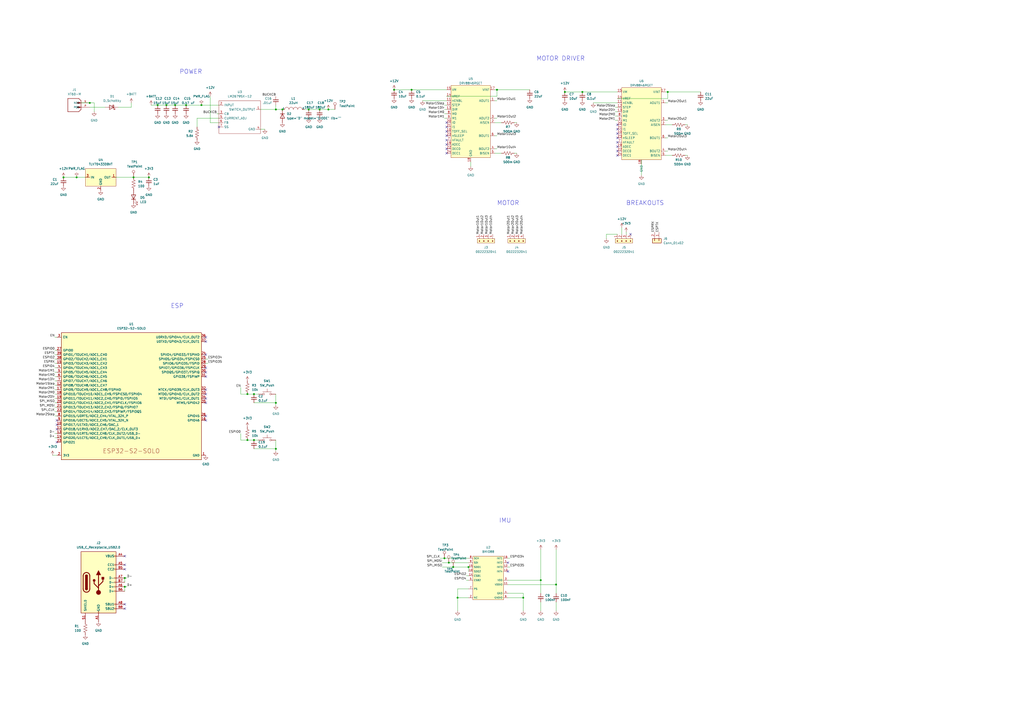
<source format=kicad_sch>
(kicad_sch (version 20211123) (generator eeschema)
  (paper "A2")
  (lib_symbols
    (symbol "Connector:TestPoint" (pin_numbers hide) (pin_names (offset 0.762) hide)
      (property "Reference" "TP" (at 0 6.858 0))
      (property "Value" "TestPoint" (at 0 5.08 0))
      (symbol "TestPoint_1_1"
        (pin passive line (at 0 0 90) (length 2.54) (name "1") (number "1"))
      )
    )
    (symbol "Connector:USB_C_Receptacle_USB2.0" (pin_names (offset 1.016))
      (property "Reference" "J" (at -10.16 19.05 0))
      (property "Value" "USB_C_Receptacle_USB2.0" (at 19.05 19.05 0))
      (symbol "USB_C_Receptacle_USB2.0_1_1"
        (pin passive line (at 0 -22.86 90) (length 5.08) (name "GND") (number "A1"))
        (pin passive line (at 0 -22.86 90) (length 5.08) hide (name "GND") (number "A12"))
        (pin passive line (at 15.24 15.24 180) (length 5.08) (name "VBUS") (number "A4"))
        (pin bidirectional line (at 15.24 10.16 180) (length 5.08) (name "CC1") (number "A5"))
        (pin bidirectional line (at 15.24 -2.54 180) (length 5.08) (name "D+") (number "A6"))
        (pin bidirectional line (at 15.24 2.54 180) (length 5.08) (name "D-") (number "A7"))
        (pin bidirectional line (at 15.24 -12.7 180) (length 5.08) (name "SBU1") (number "A8"))
        (pin passive line (at 15.24 15.24 180) (length 5.08) hide (name "VBUS") (number "A9"))
        (pin passive line (at 0 -22.86 90) (length 5.08) hide (name "GND") (number "B1"))
        (pin passive line (at 0 -22.86 90) (length 5.08) hide (name "GND") (number "B12"))
        (pin passive line (at 15.24 15.24 180) (length 5.08) hide (name "VBUS") (number "B4"))
        (pin bidirectional line (at 15.24 7.62 180) (length 5.08) (name "CC2") (number "B5"))
        (pin bidirectional line (at 15.24 -5.08 180) (length 5.08) (name "D+") (number "B6"))
        (pin bidirectional line (at 15.24 0 180) (length 5.08) (name "D-") (number "B7"))
        (pin bidirectional line (at 15.24 -15.24 180) (length 5.08) (name "SBU2") (number "B8"))
        (pin passive line (at 15.24 15.24 180) (length 5.08) hide (name "VBUS") (number "B9"))
        (pin passive line (at -7.62 -22.86 90) (length 5.08) (name "SHIELD") (number "S1"))
      )
    )
    (symbol "Connector_Generic:Conn_01x02" (pin_names (offset 1.016) hide)
      (property "Reference" "J" (at 0 2.54 0))
      (property "Value" "Conn_01x02" (at 0 -5.08 0))
      (symbol "Conn_01x02_1_1"
        (pin passive line (at -5.08 0 0) (length 3.81) (name "Pin_1") (number "1"))
        (pin passive line (at -5.08 -2.54 0) (length 3.81) (name "Pin_2") (number "2"))
      )
    )
    (symbol "DRV8846RGET_1"
      (property "Reference" "U5" (at 0 24.13 0))
      (property "Value" "DRV8846RGET" (at 0 21.59 0))
      (symbol "DRV8846RGET_1_1_1"
        (pin power_out line (at 13.97 11.43 180) (length 2.54) (name "AOUT1") (number "1"))
        (pin input line (at -13.97 -6.35 0) (length 2.54) (name "TOFF_SEL") (number "10"))
        (pin input line (at -13.97 11.43 0) (length 2.54) (name "nENBL") (number "11"))
        (pin input line (at -13.97 8.89 0) (length 2.54) (name "STEP") (number "12"))
        (pin input line (at -13.97 6.35 0) (length 2.54) (name "DIR") (number "13"))
        (pin input line (at -13.97 13.97 0) (length 2.54) (name "VREF") (number "14"))
        (pin power_in line (at -13.97 17.78 0) (length 2.54) (name "VM") (number "15"))
        (pin output line (at 13.97 17.78 180) (length 2.54) (name "VINT") (number "17"))
        (pin input line (at 0 -24.13 90) (length 2.54) (name "GND") (number "18"))
        (pin input line (at -13.97 -13.97 0) (length 2.54) (name "ADEC") (number "19"))
        (pin output line (at 13.97 -1.27 180) (length 2.54) (name "AISEN") (number "2"))
        (pin input line (at -13.97 -1.27 0) (length 2.54) (name "IO") (number "20"))
        (pin input line (at -13.97 -3.81 0) (length 2.54) (name "I1") (number "21"))
        (pin input line (at -13.97 -16.51 0) (length 2.54) (name "DEC0") (number "22"))
        (pin input line (at -13.97 -8.89 0) (length 2.54) (name "nSLEEP") (number "23"))
        (pin input line (at -13.97 -19.05 0) (length 2.54) (name "DEC1") (number "24"))
        (pin power_out line (at 13.97 1.27 180) (length 2.54) (name "AOUT2") (number "3"))
        (pin power_out line (at 13.97 -16.51 180) (length 2.54) (name "BOUT2") (number "4"))
        (pin output line (at 13.97 -19.05 180) (length 2.54) (name "BISEN") (number "5"))
        (pin power_out line (at 13.97 -8.89 180) (length 2.54) (name "BOUT1") (number "6"))
        (pin input line (at -13.97 -11.43 0) (length 2.54) (name "nFAULT") (number "7"))
        (pin input line (at -13.97 3.81 0) (length 2.54) (name "M0") (number "8"))
        (pin input line (at -13.97 1.27 0) (length 2.54) (name "M1") (number "9"))
      )
    )
    (symbol "Device:C_Small" (pin_numbers hide) (pin_names (offset 0.254) hide)
      (property "Reference" "C" (at 0.254 1.778 0))
      (property "Value" "C_Small" (at 0.254 -2.032 0))
      (symbol "C_Small_1_1"
        (pin passive line (at 0 2.54 270) (length 2.032) (name "~") (number "1"))
        (pin passive line (at 0 -2.54 90) (length 2.032) (name "~") (number "2"))
      )
    )
    (symbol "Device:D_Schottky" (pin_numbers hide) (pin_names (offset 1.016) hide)
      (property "Reference" "D" (at 0 2.54 0))
      (property "Value" "D_Schottky" (at 0 -2.54 0))
      (symbol "D_Schottky_1_1"
        (pin passive line (at -3.81 0 0) (length 2.54) (name "K") (number "1"))
        (pin passive line (at 3.81 0 180) (length 2.54) (name "A") (number "2"))
      )
    )
    (symbol "Device:LED" (pin_numbers hide) (pin_names (offset 1.016) hide)
      (property "Reference" "D" (at 0 2.54 0))
      (property "Value" "LED" (at 0 -2.54 0))
      (symbol "LED_1_1"
        (pin passive line (at -3.81 0 0) (length 2.54) (name "K") (number "1"))
        (pin passive line (at 3.81 0 180) (length 2.54) (name "A") (number "2"))
      )
    )
    (symbol "Device:R_US" (pin_numbers hide) (pin_names (offset 0))
      (property "Reference" "R" (at 2.54 0 90))
      (property "Value" "R_US" (at -2.54 0 90))
      (symbol "R_US_1_1"
        (pin passive line (at 0 3.81 270) (length 1.27) (name "~") (number "1"))
        (pin passive line (at 0 -3.81 90) (length 1.27) (name "~") (number "2"))
      )
    )
    (symbol "Espressif:ESP32-S2-SOLO" (pin_names (offset 1.016))
      (property "Reference" "U1" (at 0 45.72 0))
      (property "Value" "ESP32-S2-SOLO" (at 0 43.18 0))
      (symbol "ESP32-S2-SOLO_1_1"
        (text "ESP32-S2-SOLO" (at 0 -27.94 0) (effects (font (size 2.54 2.54))))
        (pin input line (at 43.18 -30.48 180) (length 2.54) (name "GND") (number "1"))
        (pin bidirectional line (at -43.18 -12.7 0) (length 2.54) (name "GPIO17/U1TXD/ADC2_CH6/DAC_1") (number "10"))
        (pin bidirectional line (at -43.18 -15.24 0) (length 2.54) (name "GPIO18/U1RXD/ADC2_CH7/DAC_2/CLK_OUT3") (number "11"))
        (pin bidirectional line (at -43.18 10.16 0) (length 2.54) (name "GPIO8/TOUCH8/ADC1_CH7") (number "12"))
        (pin bidirectional line (at -43.18 -17.78 0) (length 2.54) (name "GPIO19/U1RTS/ADC2_CH8/CLK_OUT2/USB_D-") (number "13"))
        (pin bidirectional line (at -43.18 -20.32 0) (length 2.54) (name "GPIO20/U1CTS/ADC2_CH9/CLK_OUT1/USB_D+") (number "14"))
        (pin bidirectional line (at -43.18 22.86 0) (length 2.54) (name "GPIO3/TOUCH3/ADC1_CH2") (number "15"))
        (pin input line (at 43.18 -10.16 180) (length 2.54) (name "GPIO46") (number "16"))
        (pin bidirectional line (at -43.18 7.62 0) (length 2.54) (name "GPIO9/TOUCH9/ADC1_CH8/FSPIHD") (number "17"))
        (pin bidirectional line (at -43.18 5.08 0) (length 2.54) (name "GPIO10/TOUCH10/ADC1_CH9/FSPICS0/FSPIIO4") (number "18"))
        (pin bidirectional line (at -43.18 2.54 0) (length 2.54) (name "GPIO11/TOUCH11/ADC2_CH0/FSPID/FSPIIO5") (number "19"))
        (pin power_in line (at -43.18 -30.48 0) (length 2.54) (name "3V3") (number "2"))
        (pin bidirectional line (at -43.18 0 0) (length 2.54) (name "GPIO12/TOUCH12/ADC2_CH1/FSPICLK/FSPIIO6") (number "20"))
        (pin bidirectional line (at -43.18 -2.54 0) (length 2.54) (name "GPIO13/TOUCH13/ADC2_CH2/FSPIQ/FSPIIO7") (number "21"))
        (pin bidirectional line (at -43.18 -5.08 0) (length 2.54) (name "GPIO14/TOUCH14/ADC2_CH3/FSPIWP/FSPIDQS") (number "22"))
        (pin bidirectional line (at -43.18 -22.86 0) (length 2.54) (name "GPIO21") (number "23"))
        (pin bidirectional line (at 43.18 27.94 180) (length 2.54) (name "SPIIO4/GPIO33/FSPIHD") (number "24"))
        (pin bidirectional line (at 43.18 25.4 180) (length 2.54) (name "SPIIO5/GPIO34/FSPICS0") (number "25"))
        (pin bidirectional line (at 43.18 -7.62 180) (length 2.54) (name "GPIO45") (number "26"))
        (pin bidirectional line (at -43.18 30.48 0) (length 2.54) (name "GPIO0") (number "27"))
        (pin bidirectional line (at 43.18 22.86 180) (length 2.54) (name "SPIIO6/GPIO35/FSPID") (number "28"))
        (pin bidirectional line (at 43.18 20.32 180) (length 2.54) (name "SPIIO7/GPIO36/FSPICLK") (number "29"))
        (pin bidirectional line (at -43.18 38.1 0) (length 2.54) (name "EN") (number "3"))
        (pin bidirectional line (at 43.18 17.78 180) (length 2.54) (name "SPIDQS/GPIO37/FSPIQ") (number "30"))
        (pin bidirectional line (at 43.18 15.24 180) (length 2.54) (name "GPIO38/FSPIWP") (number "31"))
        (pin bidirectional line (at 43.18 7.62 180) (length 2.54) (name "MTCK/GPIO39/CLK_OUT3") (number "32"))
        (pin bidirectional line (at 43.18 5.08 180) (length 2.54) (name "MTDO/GPIO40/CLK_OUT2") (number "33"))
        (pin bidirectional line (at 43.18 2.54 180) (length 2.54) (name "MTDI/GPIO41/CLK_OUT1") (number "34"))
        (pin bidirectional line (at 43.18 0 180) (length 2.54) (name "MTMS/GPIO42") (number "35"))
        (pin bidirectional line (at 43.18 38.1 180) (length 2.54) (name "U0RXD/GPIO44/CLK_OUT2") (number "36"))
        (pin bidirectional line (at 43.18 35.56 180) (length 2.54) (name "U0TXD/GPIO43/CLK_OUT1") (number "37"))
        (pin bidirectional line (at -43.18 25.4 0) (length 2.54) (name "GPIO2/TOUCH2/ADC1_CH1") (number "38"))
        (pin bidirectional line (at -43.18 27.94 0) (length 2.54) (name "GPIO1/TOUCH1/ADC1_CH0") (number "39"))
        (pin bidirectional line (at -43.18 20.32 0) (length 2.54) (name "GPIO4/TOUCH4/ADC1_CH3") (number "4"))
        (pin passive line (at 43.18 -30.48 180) (length 2.54) hide (name "GND") (number "40"))
        (pin passive line (at 43.18 -30.48 180) (length 2.54) hide (name "GND") (number "41"))
        (pin bidirectional line (at -43.18 17.78 0) (length 2.54) (name "GPIO5/TOUCH5/ADC1_CH4") (number "5"))
        (pin bidirectional line (at -43.18 15.24 0) (length 2.54) (name "GPIO6/TOUCH6/ADC1_CH5") (number "6"))
        (pin bidirectional line (at -43.18 12.7 0) (length 2.54) (name "GPIO7/TOUCH7/ADC1_CH6") (number "7"))
        (pin bidirectional line (at -43.18 -7.62 0) (length 2.54) (name "GPIO15/U0RTS/ADC2_CH4/XTAL_32K_P") (number "8"))
        (pin bidirectional line (at -43.18 -10.16 0) (length 2.54) (name "GPIO16/U0CTS/ADC2_CH5/XTAL_32K_N") (number "9"))
      )
    )
    (symbol "GIMBAL:BMI088"
      (property "Reference" "U2" (at 0 17.78 0))
      (property "Value" "BMI088" (at 0 15.24 0))
      (symbol "BMI088_1_1"
        (pin bidirectional line (at 11.43 8.89 180) (length 2.54) (name "INT2") (number "1"))
        (pin bidirectional line (at -11.43 3.81 0) (length 2.54) (name "SDO2") (number "10"))
        (pin power_in line (at 11.43 -3.81 180) (length 2.54) (name "VDDIO") (number "11"))
        (pin output line (at 11.43 6.35 180) (length 2.54) (name "INT3") (number "12"))
        (pin output line (at 11.43 3.81 180) (length 2.54) (name "INT4") (number "13"))
        (pin input line (at -11.43 1.27 0) (length 2.54) (name "CSB1") (number "14"))
        (pin bidirectional line (at -11.43 6.35 0) (length 2.54) (name "SDO1") (number "15"))
        (pin bidirectional line (at 11.43 11.43 180) (length 2.54) (name "INT1") (number "16"))
        (pin input line (at -11.43 -11.43 0) (length 2.54) (name "NC") (number "2"))
        (pin power_in line (at 11.43 -1.27 180) (length 2.54) (name "VDD") (number "3"))
        (pin bidirectional line (at 11.43 -8.89 180) (length 2.54) (name "GND") (number "4"))
        (pin input line (at -11.43 -1.27 0) (length 2.54) (name "CSB2") (number "5"))
        (pin bidirectional line (at 11.43 -11.43 180) (length 2.54) (name "GNDIO") (number "6"))
        (pin input line (at -11.43 -6.35 0) (length 2.54) (name "PS") (number "7"))
        (pin input line (at -11.43 11.43 0) (length 2.54) (name "SCK") (number "8"))
        (pin input line (at -11.43 8.89 0) (length 2.54) (name "SDI") (number "9"))
      )
    )
    (symbol "GIMBAL:DRV8846RGET"
      (property "Reference" "U6" (at 0 24.13 0))
      (property "Value" "DRV8846RGET" (at 0 21.59 0))
      (symbol "DRV8846RGET_1_1"
        (pin power_out line (at 13.97 11.43 180) (length 2.54) (name "AOUT1") (number "1"))
        (pin input line (at -13.97 -6.35 0) (length 2.54) (name "TOFF_SEL") (number "10"))
        (pin input line (at -13.97 11.43 0) (length 2.54) (name "nENBL") (number "11"))
        (pin input line (at -13.97 8.89 0) (length 2.54) (name "STEP") (number "12"))
        (pin input line (at -13.97 6.35 0) (length 2.54) (name "DIR") (number "13"))
        (pin input line (at -13.97 13.97 0) (length 2.54) (name "VREF") (number "14"))
        (pin power_in line (at -13.97 17.78 0) (length 2.54) (name "VM") (number "15"))
        (pin output line (at 13.97 17.78 180) (length 2.54) (name "VINT") (number "17"))
        (pin input line (at 0 -21.59 270) (length 2.54) (name "GND") (number "18"))
        (pin input line (at -13.97 -13.97 0) (length 2.54) (name "ADEC") (number "19"))
        (pin output line (at 13.97 -1.27 180) (length 2.54) (name "AISEN") (number "2"))
        (pin input line (at -13.97 -1.27 0) (length 2.54) (name "IO") (number "20"))
        (pin input line (at -13.97 -3.81 0) (length 2.54) (name "I1") (number "21"))
        (pin input line (at -13.97 -16.51 0) (length 2.54) (name "DEC0") (number "22"))
        (pin input line (at -13.97 -8.89 0) (length 2.54) (name "nSLEEP") (number "23"))
        (pin input line (at -13.97 -19.05 0) (length 2.54) (name "DEC1") (number "24"))
        (pin power_out line (at 13.97 1.27 180) (length 2.54) (name "AOUT2") (number "3"))
        (pin power_out line (at 13.97 -16.51 180) (length 2.54) (name "BOUT2") (number "4"))
        (pin output line (at 13.97 -19.05 180) (length 2.54) (name "BISEN") (number "5"))
        (pin power_out line (at 13.97 -8.89 180) (length 2.54) (name "BOUT1") (number "6"))
        (pin input line (at -13.97 -11.43 0) (length 2.54) (name "nFAULT") (number "7"))
        (pin input line (at -13.97 3.81 0) (length 2.54) (name "M0") (number "8"))
        (pin input line (at -13.97 1.27 0) (length 2.54) (name "M1") (number "9"))
      )
    )
    (symbol "GIMBAL:LM2679SX-12"
      (property "Reference" "U?" (at 0.635 13.97 0))
      (property "Value" "LM2679SX-12" (at 0.635 11.43 0))
      (symbol "LM2679SX-12_1_1"
        (pin power_out line (at 12.7 3.81 180) (length 2.54) (name "SWITCH_OUTPUT") (number "1"))
        (pin power_in line (at -11.43 6.35 0) (length 2.54) (name "INPUT") (number "2"))
        (pin input line (at -11.43 1.27 0) (length 2.54) (name "CB") (number "3"))
        (pin input line (at 12.7 -7.62 180) (length 2.54) (name "GND") (number "4"))
        (pin input line (at -11.43 -1.27 0) (length 2.54) (name "CURRENT_ADJ") (number "5"))
        (pin input line (at -11.43 -3.81 0) (length 2.54) (name "FB") (number "6"))
        (pin input line (at -11.43 -6.35 0) (length 2.54) (name "SS") (number "7"))
      )
    )
    (symbol "GIMBAL:TLV70433DBVT"
      (property "Reference" "U4" (at 0 10.16 0))
      (property "Value" "TLV70433DBVT" (at 0 7.62 0))
      (symbol "TLV70433DBVT_1_1"
        (pin power_out line (at 8.89 0 180) (length 2.54) (name "OUT") (number "1"))
        (pin input line (at 0 -7.62 90) (length 2.54) (name "GND") (number "2"))
        (pin power_in line (at -8.89 0 0) (length 2.54) (name "IN") (number "3"))
      )
    )
    (symbol "GIMBAL:XT60-M" (pin_names (offset 1.016))
      (property "Reference" "J" (at 0 6.35 0))
      (property "Value" "XT60-M" (at 0 -5.08 0))
      (symbol "XT60-M_0_0"
        (pin passive line (at -5.08 0 0) (length 5.08) (name "NEG") (number "N"))
        (pin passive line (at -5.08 2.54 0) (length 5.08) (name "POS") (number "P"))
      )
    )
    (symbol "Simulation_SPICE:DIODE" (pin_numbers hide) (pin_names (offset 1.016) hide)
      (property "Reference" "D" (at 0 2.54 0))
      (property "Value" "DIODE" (at 0 -2.54 0))
      (symbol "DIODE_1_1"
        (pin passive line (at -3.81 0 0) (length 2.54) (name "A") (number "1"))
        (pin passive line (at 3.81 0 180) (length 2.54) (name "K") (number "2"))
      )
    )
    (symbol "Switch:SW_Push" (pin_numbers hide) (pin_names (offset 1.016) hide)
      (property "Reference" "SW" (at 1.27 2.54 0))
      (property "Value" "SW_Push" (at 0 -1.524 0))
      (symbol "SW_Push_0_1"
        (pin passive line (at -5.08 0 0) (length 2.54) (name "1") (number "1"))
        (pin passive line (at 5.08 0 180) (length 2.54) (name "2") (number "2"))
      )
    )
    (symbol "dk_Rectangular-Connectors-Headers-Male-Pins:0022232041" (pin_names (offset 1.016))
      (property "Reference" "J" (at -2.54 1.27 0))
      (property "Value" "0022232041" (at 3.81 -3.81 0))
      (symbol "0022232041_1_1"
        (pin passive line (at 0 2.54 270) (length 2.54) (name "~") (number "1"))
        (pin passive line (at 2.54 2.54 270) (length 2.54) (name "~") (number "2"))
        (pin passive line (at 5.08 2.54 270) (length 2.54) (name "~") (number "3"))
        (pin passive line (at 7.62 2.54 270) (length 2.54) (name "~") (number "4"))
      )
    )
    (symbol "power:+12V" (power) (pin_names (offset 0))
      (property "Value" "+12V" (at 0 3.556 0))
      (symbol "+12V_1_1"
        (pin power_in line (at 0 0 90) (length 0) hide (name "+12V") (number "1"))
      )
    )
    (symbol "power:+3V3" (power) (pin_names (offset 0))
      (property "Value" "+3V3" (at 0 3.556 0))
      (symbol "+3V3_1_1"
        (pin power_in line (at 0 0 90) (length 0) hide (name "+3V3") (number "1"))
      )
    )
    (symbol "power:+BATT" (power) (pin_names (offset 0))
      (property "Value" "+BATT" (at 0 3.556 0))
      (symbol "+BATT_1_1"
        (pin power_in line (at 0 0 90) (length 0) hide (name "+BATT") (number "1"))
      )
    )
    (symbol "power:GND" (power) (pin_names (offset 0))
      (property "Value" "GND" (at 0 -3.81 0))
      (symbol "GND_1_1"
        (pin power_in line (at 0 0 270) (length 0) hide (name "GND") (number "1"))
      )
    )
    (symbol "power:PWR_FLAG" (power) (pin_numbers hide) (pin_names (offset 0) hide)
      (property "Value" "PWR_FLAG" (at 0 3.81 0))
      (symbol "PWR_FLAG_0_0"
        (pin power_out line (at 0 0 90) (length 0) (name "pwr") (number "1"))
      )
    )
    (symbol "pspice:INDUCTOR" (pin_numbers hide) (pin_names (offset 0))
      (property "Reference" "L" (at 0 2.54 0))
      (property "Value" "INDUCTOR" (at 0 -1.27 0))
      (symbol "INDUCTOR_1_1"
        (pin input line (at -6.35 0 0) (length 1.27) (name "1") (number "1"))
        (pin input line (at 6.35 0 180) (length 1.27) (name "2") (number "2"))
      )
    )
  )
  (junction (at 160.02 260.35))
  (junction (at 160.02 63.5))
  (junction (at 44.45 102.87))
  (junction (at 107.95 60.96))
  (junction (at 52.07 59.69))
  (junction (at 160.02 233.68))
  (junction (at 96.52 60.96))
  (junction (at 337.82 53.34))
  (junction (at 147.32 228.6))
  (junction (at 238.76 52.07))
  (junction (at 303.53 346.71))
  (junction (at 163.83 63.5))
  (junction (at 257.81 323.85))
  (junction (at 72.39 335.28))
  (junction (at 260.35 326.39))
  (junction (at 288.29 52.07))
  (junction (at 313.69 336.55))
  (junction (at 179.07 63.5))
  (junction (at 147.32 255.27))
  (junction (at 265.43 346.71))
  (junction (at 116.84 60.96))
  (junction (at 77.47 102.87))
  (junction (at 36.83 102.87))
  (junction (at 86.36 102.87))
  (junction (at 327.66 53.34))
  (junction (at 387.35 53.34))
  (junction (at 91.44 60.96))
  (junction (at 143.51 228.6))
  (junction (at 72.39 340.36))
  (junction (at 190.5 63.5))
  (junction (at 262.89 328.93))
  (junction (at 322.58 339.09))
  (junction (at 143.51 255.27))
  (junction (at 228.6 52.07))
  (junction (at 185.42 63.5))
  (junction (at 271.78 328.93))
  (junction (at 101.6 60.96))
  (no_connect (at 358.14 80.01))
  (no_connect (at 119.38 213.36))
  (no_connect (at 259.08 81.28))
  (no_connect (at 259.08 76.2))
  (no_connect (at 72.39 327.66))
  (no_connect (at 358.14 85.09))
  (no_connect (at 119.38 226.06))
  (no_connect (at 72.39 350.52))
  (no_connect (at 259.08 88.9))
  (no_connect (at 358.14 82.55))
  (no_connect (at 33.02 256.54))
  (no_connect (at 259.08 78.74))
  (no_connect (at 259.08 83.82))
  (no_connect (at 72.39 322.58))
  (no_connect (at 33.02 248.92))
  (no_connect (at 294.64 331.47))
  (no_connect (at 119.38 241.3))
  (no_connect (at 358.14 87.63))
  (no_connect (at 259.08 86.36))
  (no_connect (at 33.02 246.38))
  (no_connect (at 127 73.66))
  (no_connect (at 294.64 326.39))
  (no_connect (at 119.38 243.84))
  (no_connect (at 119.38 205.74))
  (no_connect (at 119.38 231.14))
  (no_connect (at 358.14 74.93))
  (no_connect (at 119.38 195.58))
  (no_connect (at 358.14 77.47))
  (no_connect (at 119.38 233.68))
  (no_connect (at 119.38 215.9))
  (no_connect (at 358.14 90.17))
  (no_connect (at 72.39 353.06))
  (no_connect (at 365.76 135.89))
  (no_connect (at 358.14 72.39))
  (no_connect (at 72.39 330.2))
  (no_connect (at 119.38 228.6))
  (no_connect (at 259.08 71.12))
  (no_connect (at 119.38 198.12))
  (no_connect (at 259.08 73.66))
  (no_connect (at 119.38 218.44))
  (no_connect (at 33.02 243.84))
  (wire (pts (xy 313.69 349.25) (xy 313.69 354.33)))
  (wire (pts (xy 143.51 255.27) (xy 147.32 255.27)))
  (wire (pts (xy 107.95 60.96) (xy 116.84 60.96)))
  (wire (pts (xy 114.3 68.58) (xy 114.3 73.66)))
  (wire (pts (xy 36.83 102.87) (xy 44.45 102.87)))
  (wire (pts (xy 33.02 238.76) (xy 31.75 238.76)))
  (wire (pts (xy 151.13 63.5) (xy 160.02 63.5)))
  (wire (pts (xy 303.53 344.17) (xy 303.53 346.71)))
  (wire (pts (xy 397.51 90.17) (xy 398.78 90.17)))
  (wire (pts (xy 33.02 223.52) (xy 31.75 223.52)))
  (wire (pts (xy 77.47 102.87) (xy 86.36 102.87)))
  (wire (pts (xy 372.11 92.71) (xy 372.11 101.6)))
  (wire (pts (xy 387.35 57.15) (xy 387.35 53.34)))
  (wire (pts (xy 190.5 63.5) (xy 194.31 63.5)))
  (wire (pts (xy 101.6 60.96) (xy 107.95 60.96)))
  (wire (pts (xy 287.02 88.9) (xy 290.83 88.9)))
  (wire (pts (xy 322.58 339.09) (xy 322.58 318.77)))
  (wire (pts (xy 303.53 346.71) (xy 303.53 354.33)))
  (wire (pts (xy 33.02 228.6) (xy 31.75 228.6)))
  (wire (pts (xy 46.99 59.69) (xy 52.07 59.69)))
  (wire (pts (xy 147.32 260.35) (xy 160.02 260.35)))
  (wire (pts (xy 386.08 90.17) (xy 389.89 90.17)))
  (wire (pts (xy 31.75 208.28) (xy 33.02 208.28)))
  (wire (pts (xy 76.2 59.69) (xy 76.2 62.23)))
  (wire (pts (xy 259.08 55.88) (xy 288.29 55.88)))
  (wire (pts (xy 96.52 60.96) (xy 101.6 60.96)))
  (wire (pts (xy 139.7 251.46) (xy 139.7 255.27)))
  (wire (pts (xy 30.48 264.16) (xy 33.02 264.16)))
  (wire (pts (xy 149.86 228.6) (xy 147.32 228.6)))
  (wire (pts (xy 294.64 339.09) (xy 322.58 339.09)))
  (wire (pts (xy 119.38 208.28) (xy 120.65 208.28)))
  (wire (pts (xy 151.13 74.93) (xy 153.67 74.93)))
  (wire (pts (xy 33.02 241.3) (xy 31.75 241.3)))
  (wire (pts (xy 356.87 62.23) (xy 358.14 62.23)))
  (wire (pts (xy 271.78 328.93) (xy 271.78 331.47)))
  (wire (pts (xy 271.78 346.71) (xy 265.43 346.71)))
  (wire (pts (xy 287.02 78.74) (xy 288.29 78.74)))
  (wire (pts (xy 238.76 52.07) (xy 259.08 52.07)))
  (wire (pts (xy 257.81 63.5) (xy 259.08 63.5)))
  (wire (pts (xy 356.87 67.31) (xy 358.14 67.31)))
  (wire (pts (xy 143.51 255.27) (xy 139.7 255.27)))
  (wire (pts (xy 52.07 59.69) (xy 54.61 59.69)))
  (wire (pts (xy 72.39 335.28) (xy 72.39 337.82)))
  (wire (pts (xy 31.75 213.36) (xy 33.02 213.36)))
  (wire (pts (xy 160.02 63.5) (xy 163.83 63.5)))
  (wire (pts (xy 72.39 340.36) (xy 72.39 342.9)))
  (wire (pts (xy 257.81 60.96) (xy 259.08 60.96)))
  (wire (pts (xy 160.02 260.35) (xy 160.02 261.62)))
  (wire (pts (xy 116.84 60.96) (xy 127 60.96)))
  (wire (pts (xy 351.79 135.89) (xy 351.79 138.43)))
  (wire (pts (xy 160.02 255.27) (xy 160.02 260.35)))
  (wire (pts (xy 143.51 228.6) (xy 139.7 228.6)))
  (wire (pts (xy 298.45 71.12) (xy 299.72 71.12)))
  (wire (pts (xy 262.89 328.93) (xy 271.78 328.93)))
  (wire (pts (xy 298.45 88.9) (xy 299.72 88.9)))
  (wire (pts (xy 52.07 62.23) (xy 60.96 62.23)))
  (wire (pts (xy 72.39 340.36) (xy 73.66 340.36)))
  (wire (pts (xy 54.61 59.69) (xy 54.61 64.77)))
  (wire (pts (xy 91.44 60.96) (xy 96.52 60.96)))
  (wire (pts (xy 386.08 80.01) (xy 387.35 80.01)))
  (wire (pts (xy 260.35 326.39) (xy 271.78 326.39)))
  (wire (pts (xy 287.02 52.07) (xy 288.29 52.07)))
  (wire (pts (xy 386.08 59.69) (xy 387.35 59.69)))
  (wire (pts (xy 143.51 228.6) (xy 147.32 228.6)))
  (wire (pts (xy 313.69 336.55) (xy 313.69 344.17)))
  (wire (pts (xy 386.08 87.63) (xy 387.35 87.63)))
  (wire (pts (xy 287.02 58.42) (xy 288.29 58.42)))
  (wire (pts (xy 265.43 346.71) (xy 265.43 354.33)))
  (wire (pts (xy 31.75 210.82) (xy 33.02 210.82)))
  (wire (pts (xy 356.87 69.85) (xy 358.14 69.85)))
  (wire (pts (xy 356.87 64.77) (xy 358.14 64.77)))
  (wire (pts (xy 33.02 220.98) (xy 31.75 220.98)))
  (wire (pts (xy 33.02 205.74) (xy 31.75 205.74)))
  (wire (pts (xy 119.38 210.82) (xy 120.65 210.82)))
  (wire (pts (xy 160.02 60.96) (xy 160.02 63.5)))
  (wire (pts (xy 176.53 63.5) (xy 179.07 63.5)))
  (wire (pts (xy 337.82 53.34) (xy 358.14 53.34)))
  (wire (pts (xy 387.35 53.34) (xy 406.4 53.34)))
  (wire (pts (xy 31.75 251.46) (xy 33.02 251.46)))
  (wire (pts (xy 33.02 233.68) (xy 31.75 233.68)))
  (wire (pts (xy 33.02 215.9) (xy 31.75 215.9)))
  (wire (pts (xy 257.81 66.04) (xy 259.08 66.04)))
  (wire (pts (xy 294.64 328.93) (xy 295.91 328.93)))
  (wire (pts (xy 387.35 69.85) (xy 386.08 69.85)))
  (wire (pts (xy 294.64 346.71) (xy 303.53 346.71)))
  (wire (pts (xy 287.02 86.36) (xy 288.29 86.36)))
  (wire (pts (xy 270.51 336.55) (xy 271.78 336.55)))
  (wire (pts (xy 313.69 336.55) (xy 313.69 318.77)))
  (wire (pts (xy 121.92 71.12) (xy 127 71.12)))
  (wire (pts (xy 147.32 233.68) (xy 160.02 233.68)))
  (wire (pts (xy 288.29 55.88) (xy 288.29 52.07)))
  (wire (pts (xy 360.68 132.08) (xy 360.68 135.89)))
  (wire (pts (xy 271.78 341.63) (xy 265.43 341.63)))
  (wire (pts (xy 31.75 231.14) (xy 33.02 231.14)))
  (wire (pts (xy 257.81 323.85) (xy 271.78 323.85)))
  (wire (pts (xy 179.07 63.5) (xy 185.42 63.5)))
  (wire (pts (xy 256.54 326.39) (xy 260.35 326.39)))
  (wire (pts (xy 87.63 60.96) (xy 91.44 60.96)))
  (wire (pts (xy 31.75 195.58) (xy 33.02 195.58)))
  (wire (pts (xy 44.45 102.87) (xy 49.53 102.87)))
  (wire (pts (xy 294.64 336.55) (xy 313.69 336.55)))
  (wire (pts (xy 125.73 66.04) (xy 127 66.04)))
  (wire (pts (xy 67.31 102.87) (xy 77.47 102.87)))
  (wire (pts (xy 294.64 344.17) (xy 303.53 344.17)))
  (wire (pts (xy 139.7 224.79) (xy 139.7 228.6)))
  (wire (pts (xy 288.29 52.07) (xy 307.34 52.07)))
  (wire (pts (xy 228.6 52.07) (xy 238.76 52.07)))
  (wire (pts (xy 344.17 59.69) (xy 358.14 59.69)))
  (wire (pts (xy 245.11 58.42) (xy 259.08 58.42)))
  (wire (pts (xy 386.08 53.34) (xy 387.35 53.34)))
  (wire (pts (xy 31.75 203.2) (xy 33.02 203.2)))
  (wire (pts (xy 257.81 68.58) (xy 259.08 68.58)))
  (wire (pts (xy 121.92 55.88) (xy 121.92 71.12)))
  (wire (pts (xy 160.02 228.6) (xy 160.02 233.68)))
  (wire (pts (xy 33.02 236.22) (xy 31.75 236.22)))
  (wire (pts (xy 31.75 254) (xy 33.02 254)))
  (wire (pts (xy 363.22 134.62) (xy 363.22 135.89)))
  (wire (pts (xy 255.27 323.85) (xy 257.81 323.85)))
  (wire (pts (xy 68.58 62.23) (xy 76.2 62.23)))
  (wire (pts (xy 288.29 68.58) (xy 287.02 68.58)))
  (wire (pts (xy 160.02 233.68) (xy 160.02 234.95)))
  (wire (pts (xy 72.39 335.28) (xy 73.66 335.28)))
  (wire (pts (xy 386.08 72.39) (xy 389.89 72.39)))
  (wire (pts (xy 322.58 349.25) (xy 322.58 354.33)))
  (wire (pts (xy 185.42 63.5) (xy 190.5 63.5)))
  (wire (pts (xy 287.02 71.12) (xy 290.83 71.12)))
  (wire (pts (xy 31.75 226.06) (xy 33.02 226.06)))
  (wire (pts (xy 270.51 334.01) (xy 271.78 334.01)))
  (wire (pts (xy 149.86 255.27) (xy 147.32 255.27)))
  (wire (pts (xy 358.14 57.15) (xy 387.35 57.15)))
  (wire (pts (xy 358.14 135.89) (xy 351.79 135.89)))
  (wire (pts (xy 294.64 323.85) (xy 295.91 323.85)))
  (wire (pts (xy 256.54 328.93) (xy 262.89 328.93)))
  (wire (pts (xy 114.3 68.58) (xy 127 68.58)))
  (wire (pts (xy 397.51 72.39) (xy 398.78 72.39)))
  (wire (pts (xy 327.66 53.34) (xy 337.82 53.34)))
  (wire (pts (xy 322.58 339.09) (xy 322.58 344.17)))
  (wire (pts (xy 33.02 218.44) (xy 31.75 218.44)))
  (wire (pts (xy 273.05 96.52) (xy 273.05 93.98)))
  (wire (pts (xy 265.43 341.63) (xy 265.43 346.71)))
  (text "MOTOR" (at 288.29 119.38 0) (effects (font (size 2.54 2.54)) (justify left bottom)))
  (text "ESP\n" (at 99.06 179.07 0) (effects (font (size 2.54 2.54)) (justify left bottom)))
  (text "POWER" (at 104.14 43.18 0) (effects (font (size 2.54 2.54)) (justify left bottom)))
  (text "IMU\n" (at 289.56 303.53 0) (effects (font (size 2.54 2.54)) (justify left bottom)))
  (text "MOTOR DRIVER\n" (at 311.15 35.56 0) (effects (font (size 2.54 2.54)) (justify left bottom)))
  (text "BREAKOUTS" (at 363.22 119.38 0) (effects (font (size 2.54 2.54)) (justify left bottom)))
  (label "Motor2Out4" (at 303.53 135.89 90))
  (label "Motor1M0" (at 31.75 218.44 180))
  (label "D+" (at 73.66 340.36 0))
  (label "D-" (at 73.66 335.28 0))
  (label "Motor1M1" (at 257.81 68.58 180))
  (label "ESPIO35" (at 120.65 210.82 0))
  (label "Motor1Dir" (at 257.81 63.5 180))
  (label "ESPIO35" (at 295.91 328.93 0))
  (label "SPI_MISO" (at 31.75 233.68 180))
  (label "Motor1Out2" (at 288.29 68.58 0))
  (label "Motor2M1" (at 356.87 69.85 180))
  (label "ESPIO34" (at 295.91 323.85 0))
  (label "ESPRX" (at 379.73 134.62 90))
  (label "Motor1Out4" (at 285.75 135.89 90))
  (label "Motor2Out3" (at 387.35 80.01 0))
  (label "Motor1Out1" (at 288.29 58.42 0))
  (label "Motor2Dir" (at 356.87 64.77 180))
  (label "ESPIO4" (at 31.75 213.36 180))
  (label "Motor2Out1" (at 295.91 135.89 90))
  (label "Motor1M1" (at 31.75 215.9 180))
  (label "BUCKCB" (at 125.73 66.04 180))
  (label "ESPIO0" (at 31.75 203.2 180))
  (label "ESPIO2" (at 270.51 334.01 180))
  (label "Motor2M0" (at 31.75 228.6 180))
  (label "Motor1Dir" (at 31.75 220.98 180))
  (label "Motor1M0" (at 257.81 66.04 180))
  (label "ESPIO0" (at 139.7 251.46 180))
  (label "SPI_MOSI" (at 31.75 236.22 180))
  (label "Motor1Out3" (at 283.21 135.89 90))
  (label "Motor2M0" (at 356.87 67.31 180))
  (label "ESPTX" (at 31.75 205.74 180))
  (label "Motor1Step" (at 257.81 60.96 180))
  (label "ESPIO34" (at 120.65 208.28 0))
  (label "SPI_CLK" (at 31.75 238.76 180))
  (label "ESPIO4" (at 270.51 336.55 180))
  (label "EN" (at 31.75 195.58 180))
  (label "Motor2Out2" (at 387.35 69.85 0))
  (label "ESPIO2" (at 31.75 208.28 180))
  (label "Motor2Out2" (at 298.45 135.89 90))
  (label "Motor2Out3" (at 300.99 135.89 90))
  (label "Motor1Out1" (at 278.13 135.89 90))
  (label "SPI_MISO" (at 256.54 328.93 180))
  (label "Motor2Step" (at 356.87 62.23 180))
  (label "Motor1Out4" (at 288.29 86.36 0))
  (label "Motor2Step" (at 31.75 241.3 180))
  (label "Motor1Out2" (at 280.67 135.89 90))
  (label "Motor1Step" (at 31.75 223.52 180))
  (label "SPI_MOSI" (at 256.54 326.39 180))
  (label "D+" (at 31.75 254 180))
  (label "SPI_CLK" (at 255.27 323.85 180))
  (label "ESPTX" (at 382.27 134.62 90))
  (label "BUCKCB" (at 160.02 55.88 180))
  (label "Motor2Out1" (at 387.35 59.69 0))
  (label "Motor2Out4" (at 387.35 87.63 0))
  (label "ESPRX" (at 31.75 210.82 180))
  (label "EN" (at 139.7 224.79 180))
  (label "Motor2M1" (at 31.75 226.06 180))
  (label "Motor1Out3" (at 288.29 78.74 0))
  (label "Motor2Dir" (at 31.75 231.14 180))
  (label "D-" (at 31.75 251.46 180))
  (symbol (lib_id "power:GND") (at 58.42 110.49 0) (unit 1)
    (property "Reference" "#PWR0114" (effects hide))
    (property "Value" "GND" (at 58.42 115.57 0))
  )
  (symbol (lib_id "Device:C_Small") (at 238.76 54.61 0) (unit 1)
    (property "Reference" "C5" (at 241.3 53.3462 0) (effects (justify left)))
    (property "Value" "0.1uF" (at 241.3 55.8862 0) (effects (justify left)))
    (property "Footprint" "Capacitor_SMD:C_0805_2012Metric" (effects hide))
  )
  (symbol (lib_id "Espressif:ESP32-S2-SOLO") (at 76.2 233.68 0) (unit 1)
    (property "Reference" "U1" (at 76.2 187.96 0))
    (property "Value" "ESP32-S2-SOLO" (at 76.2 190.5 0))
    (property "Footprint" "ESP32:ESP32-S2-SOLO" (effects hide))
    (property "Datasheet" "https://www.espressif.com/sites/default/files/documentation/esp32-s2-solo_esp32-s2-solo-u_datasheet_en.pdf" (effects hide))
  )
  (symbol (lib_id "Device:C_Small") (at 228.6 54.61 0) (unit 1)
    (property "Reference" "C4" (at 231.14 53.3462 0) (effects (justify left)))
    (property "Value" "10uF" (at 231.14 55.8862 0) (effects (justify left)))
    (property "Footprint" "Capacitor_SMD:C_0805_2012Metric" (effects hide))
  )
  (symbol (lib_name "DRV8846RGET_1") (lib_id "GIMBAL:DRV8846RGET") (at 273.05 69.85 0) (unit 1)
    (property "Reference" "U5" (at 273.05 45.72 0))
    (property "Value" "DRV8846RGET" (at 273.05 48.26 0))
    (property "Footprint" "DRV8846RGET:QFN50P400X400X100-25N" (effects hide))
  )
  (symbol (lib_id "power:GND") (at 91.44 66.04 0) (unit 1)
    (property "Reference" "#PWR0103" (effects hide))
    (property "Value" "GND" (at 91.44 71.12 0))
  )
  (symbol (lib_id "Device:C_Small") (at 185.42 66.04 0) (unit 1)
    (property "Reference" "C18" (at 184.15 59.69 0) (effects (justify left)))
    (property "Value" "180uF" (at 182.88 62.23 0) (effects (justify left)))
    (property "Footprint" "Capacitor_THT:CP_Radial_D8.0mm_P5.00mm" (effects hide))
  )
  (symbol (lib_id "Device:R_US") (at 294.64 71.12 90) (unit 1)
    (property "Reference" "R7" (at 294.64 73.66 90))
    (property "Value" "500m" (at 294.64 76.2 90))
    (property "Footprint" "Resistor_SMD:R_0805_2012Metric" (effects hide))
  )
  (symbol (lib_id "power:GND") (at 265.43 354.33 0) (unit 1)
    (property "Reference" "#PWR0127" (effects hide))
    (property "Value" "GND" (at 265.43 359.41 0))
  )
  (symbol (lib_id "power:+3V3") (at 322.58 318.77 0) (unit 1)
    (property "Reference" "#PWR0144" (effects hide))
    (property "Value" "+3V3" (at 322.58 313.69 0))
  )
  (symbol (lib_id "power:+12V") (at 360.68 132.08 0) (unit 1)
    (property "Reference" "#PWR0131" (effects hide))
    (property "Value" "+12V" (at 360.68 127 0))
  )
  (symbol (lib_id "power:GND") (at 327.66 58.42 0) (unit 1)
    (property "Reference" "#PWR0121" (effects hide))
    (property "Value" "GND" (at 327.66 63.5 0))
  )
  (symbol (lib_id "Device:R_US") (at 143.51 224.79 0) (unit 1)
    (property "Reference" "R3" (at 146.05 223.5199 0) (effects (justify left)))
    (property "Value" "10k" (at 146.05 226.0599 0) (effects (justify left)))
    (property "Footprint" "Resistor_SMD:R_0805_2012Metric" (effects hide))
  )
  (symbol (lib_id "power:GND") (at 351.79 138.43 0) (unit 1)
    (property "Reference" "#PWR0142" (effects hide))
    (property "Value" "GND" (at 351.79 143.51 0))
  )
  (symbol (lib_id "power:GND") (at 185.42 68.58 0) (unit 1)
    (property "Reference" "#PWR0146" (effects hide))
    (property "Value" "GND" (at 185.42 73.66 0))
  )
  (symbol (lib_id "power:GND") (at 57.15 360.68 0) (unit 1)
    (property "Reference" "#PWR0105" (effects hide))
    (property "Value" "GND" (at 57.15 365.76 0))
  )
  (symbol (lib_id "pspice:INDUCTOR") (at 170.18 63.5 0) (unit 1)
    (property "Reference" "L1" (at 170.18 57.15 0))
    (property "Value" "22uH" (at 170.18 59.69 0))
    (property "Footprint" "Inductor_SMD:L_10.4x10.4_H4.8" (effects hide))
  )
  (symbol (lib_id "Simulation_SPICE:DIODE") (at 163.83 67.31 90) (unit 1)
    (property "Reference" "D2" (at 166.37 66.0399 90) (effects (justify right)))
    (property "Value" "DIODE" (at 166.37 68.5799 90) (effects (justify right)))
    (property "Footprint" "Diode_SMD:D_SMC" (effects hide))
    (property "Spice_Netlist_Enabled" "Y" (effects hide))
    (property "Spice_Primitive" "D" (effects hide))
  )
  (symbol (lib_id "power:GND") (at 313.69 354.33 0) (unit 1)
    (property "Reference" "#PWR0130" (effects hide))
    (property "Value" "GND" (at 313.69 359.41 0))
  )
  (symbol (lib_id "power:GND") (at 77.47 118.11 0) (unit 1)
    (property "Reference" "#PWR0110" (effects hide))
    (property "Value" "GND" (at 77.47 123.19 0))
  )
  (symbol (lib_id "power:+12V") (at 36.83 102.87 0) (unit 1)
    (property "Reference" "#PWR0107" (effects hide))
    (property "Value" "+12V" (at 36.83 97.79 0))
  )
  (symbol (lib_id "power:PWR_FLAG") (at 44.45 102.87 0) (unit 1)
    (property "Reference" "#FLG0102" (effects hide))
    (property "Value" "PWR_FLAG" (at 44.45 97.79 0))
  )
  (symbol (lib_id "dk_Rectangular-Connectors-Headers-Male-Pins:0022232041") (at 358.14 138.43 0) (unit 1)
    (property "Reference" "J5" (at 361.95 143.51 0))
    (property "Value" "0022232041" (at 361.95 146.05 0))
    (property "Footprint" "Connector_PinHeader_2.00mm:PinHeader_1x04_P2.00mm_Vertical" (effects hide))
    (property "Datasheet" "https://www.molex.com/pdm_docs/sd/022232041_sd.pdf" (effects hide))
    (property "Digi-Key_PN" "WM4202-ND" (effects hide))
    (property "MPN" "0022232041" (effects hide))
    (property "Category" "Connectors, Interconnects" (effects hide))
    (property "Family" "Rectangular Connectors - Headers, Male Pins" (effects hide))
    (property "DK_Datasheet_Link" "https://www.molex.com/pdm_docs/sd/022232041_sd.pdf" (effects hide))
    (property "DK_Detail_Page" "/product-detail/en/molex/0022232041/WM4202-ND/26671" (effects hide))
    (property "Description" "CONN HEADER VERT 4POS 2.54MM" (effects hide))
    (property "Manufacturer" "Molex" (effects hide))
    (property "Status" "Active" (effects hide))
  )
  (symbol (lib_id "Device:C_Small") (at 327.66 55.88 0) (unit 1)
    (property "Reference" "C7" (at 330.2 54.6162 0) (effects (justify left)))
    (property "Value" "10uF" (at 330.2 57.1562 0) (effects (justify left)))
    (property "Footprint" "Capacitor_SMD:C_0805_2012Metric" (effects hide))
  )
  (symbol (lib_id "GIMBAL:XT60-M") (at 46.99 59.69 180) (unit 1)
    (property "Reference" "J1" (at 43.18 52.07 0))
    (property "Value" "XT60-M" (at 43.18 54.61 0))
    (property "Footprint" "GIMBAL:AMASS_XT60-M" (effects hide))
    (property "MANUFACTURER" "AMASS" (effects hide))
    (property "MAXIMUM_PACKAGE_HEIGHT" "16.00 mm" (effects hide))
    (property "PARTREV" "V1.2" (effects hide))
    (property "STANDARD" "IPC 7351B" (effects hide))
  )
  (symbol (lib_id "Device:C_Small") (at 101.6 63.5 0) (unit 1)
    (property "Reference" "C14" (at 100.33 57.15 0) (effects (justify left)))
    (property "Value" "15uF" (at 99.06 59.69 0) (effects (justify left)))
    (property "Footprint" "Capacitor_SMD:C_0805_2012Metric" (effects hide))
  )
  (symbol (lib_id "power:GND") (at 273.05 96.52 0) (unit 1)
    (property "Reference" "#PWR0140" (effects hide))
    (property "Value" "GND" (at 273.05 101.6 0))
  )
  (symbol (lib_id "Device:C_Small") (at 91.44 63.5 0) (unit 1)
    (property "Reference" "C12" (at 90.17 57.15 0) (effects (justify left)))
    (property "Value" "15uF" (at 88.9 59.69 0) (effects (justify left)))
    (property "Footprint" "Capacitor_SMD:C_0805_2012Metric" (effects hide))
  )
  (symbol (lib_id "power:GND") (at 153.67 74.93 0) (unit 1)
    (property "Reference" "#PWR0119" (effects hide))
    (property "Value" "GND" (at 153.67 80.01 0))
  )
  (symbol (lib_id "power:+BATT") (at 87.63 60.96 0) (unit 1)
    (property "Reference" "#PWR0102" (effects hide))
    (property "Value" "+BATT" (at 87.63 55.88 0))
  )
  (symbol (lib_id "power:GND") (at 307.34 57.15 0) (unit 1)
    (property "Reference" "#PWR0122" (effects hide))
    (property "Value" "GND" (at 307.34 62.23 0))
  )
  (symbol (lib_id "power:+12V") (at 327.66 53.34 0) (unit 1)
    (property "Reference" "#PWR0126" (effects hide))
    (property "Value" "+12V" (at 327.66 48.26 0))
  )
  (symbol (lib_id "power:GND") (at 163.83 71.12 0) (unit 1)
    (property "Reference" "#PWR0148" (effects hide))
    (property "Value" "GND" (at 163.83 76.2 0))
  )
  (symbol (lib_id "power:GND") (at 101.6 66.04 0) (unit 1)
    (property "Reference" "#PWR0108" (effects hide))
    (property "Value" "GND" (at 101.6 71.12 0))
  )
  (symbol (lib_id "power:+3V3") (at 86.36 102.87 0) (unit 1)
    (property "Reference" "#PWR0109" (effects hide))
    (property "Value" "+3V3" (at 86.36 97.79 0))
  )
  (symbol (lib_id "Connector:TestPoint") (at 257.81 323.85 0) (unit 1)
    (property "Reference" "TP3" (at 256.54 316.23 0) (effects (justify left)))
    (property "Value" "TestPoint" (at 254 318.77 0) (effects (justify left)))
    (property "Footprint" "TestPoint:TestPoint_Loop_D3.80mm_Drill2.0mm" (effects hide))
  )
  (symbol (lib_id "power:GND") (at 299.72 88.9 0) (unit 1)
    (property "Reference" "#PWR0141" (effects hide))
    (property "Value" "GND" (at 299.72 93.98 0))
  )
  (symbol (lib_id "Device:LED") (at 77.47 114.3 90) (unit 1)
    (property "Reference" "D5" (at 81.28 114.6174 90) (effects (justify right)))
    (property "Value" "LED" (at 81.28 117.1574 90) (effects (justify right)))
    (property "Footprint" "LED_SMD:LED_0805_2012Metric" (effects hide))
  )
  (symbol (lib_id "power:PWR_FLAG") (at 116.84 60.96 0) (unit 1)
    (property "Reference" "#FLG0101" (effects hide))
    (property "Value" "PWR_FLAG" (at 116.84 55.88 0))
  )
  (symbol (lib_id "Device:R_US") (at 114.3 77.47 180) (unit 1)
    (property "Reference" "R2" (at 109.22 76.2 0) (effects (justify right)))
    (property "Value" "5.6k" (at 107.95 78.74 0) (effects (justify right)))
    (property "Footprint" "Resistor_SMD:R_0805_2012Metric" (effects hide))
  )
  (symbol (lib_id "Device:C_Small") (at 406.4 55.88 0) (unit 1)
    (property "Reference" "C11" (at 408.94 54.6162 0) (effects (justify left)))
    (property "Value" "22uF" (at 408.94 57.1562 0) (effects (justify left)))
    (property "Footprint" "Capacitor_SMD:C_0805_2012Metric" (effects hide))
  )
  (symbol (lib_id "Device:C_Small") (at 96.52 63.5 0) (unit 1)
    (property "Reference" "C13" (at 95.25 57.15 0) (effects (justify left)))
    (property "Value" "15uF" (at 93.98 59.69 0) (effects (justify left)))
    (property "Footprint" "Capacitor_SMD:C_0805_2012Metric" (effects hide))
  )
  (symbol (lib_id "Device:R_US") (at 393.7 90.17 90) (unit 1)
    (property "Reference" "R10" (at 393.7 92.71 90))
    (property "Value" "500m" (at 393.7 95.25 90))
    (property "Footprint" "Resistor_SMD:R_0805_2012Metric" (effects hide))
  )
  (symbol (lib_id "power:+3V3") (at 363.22 134.62 0) (unit 1)
    (property "Reference" "#PWR0132" (effects hide))
    (property "Value" "+3V3" (at 363.22 129.54 0))
  )
  (symbol (lib_id "Device:C_Small") (at 179.07 66.04 0) (unit 1)
    (property "Reference" "C17" (at 177.8 59.69 0) (effects (justify left)))
    (property "Value" "180uF" (at 176.53 62.23 0) (effects (justify left)))
    (property "Footprint" "Capacitor_THT:CP_Radial_D8.0mm_P5.00mm" (effects hide))
  )
  (symbol (lib_id "dk_Rectangular-Connectors-Headers-Male-Pins:0022232041") (at 278.13 138.43 0) (unit 1)
    (property "Reference" "J3" (at 281.94 143.51 0))
    (property "Value" "0022232041" (at 281.94 146.05 0))
    (property "Footprint" "Connector_Molex:Molex_KK-396_A-41791-0004_1x04_P3.96mm_Vertical" (effects hide))
    (property "Datasheet" "https://www.molex.com/pdm_docs/sd/022232041_sd.pdf" (effects hide))
    (property "Digi-Key_PN" "WM4202-ND" (effects hide))
    (property "MPN" "0022232041" (effects hide))
    (property "Category" "Connectors, Interconnects" (effects hide))
    (property "Family" "Rectangular Connectors - Headers, Male Pins" (effects hide))
    (property "DK_Datasheet_Link" "https://www.molex.com/pdm_docs/sd/022232041_sd.pdf" (effects hide))
    (property "DK_Detail_Page" "/product-detail/en/molex/0022232041/WM4202-ND/26671" (effects hide))
    (property "Description" "CONN HEADER VERT 4POS 2.54MM" (effects hide))
    (property "Manufacturer" "Molex" (effects hide))
    (property "Status" "Active" (effects hide))
  )
  (symbol (lib_id "GIMBAL:BMI088") (at 283.21 335.28 0) (unit 1)
    (property "Reference" "U2" (at 283.21 317.5 0))
    (property "Value" "BMI088" (at 283.21 320.04 0))
    (property "Footprint" "GIMBAL:BMI088" (effects hide))
  )
  (symbol (lib_id "Device:C_Small") (at 322.58 346.71 0) (unit 1)
    (property "Reference" "C10" (at 325.12 345.4462 0) (effects (justify left)))
    (property "Value" "100nF" (at 325.12 347.9862 0) (effects (justify left)))
    (property "Footprint" "Capacitor_SMD:C_0805_2012Metric" (effects hide))
  )
  (symbol (lib_id "Device:D_Schottky") (at 64.77 62.23 180) (unit 1)
    (property "Reference" "D1" (at 65.0875 55.88 0))
    (property "Value" "D_Schottky" (at 65.0875 58.42 0))
    (property "Footprint" "Diode_SMD:D_SOD-323" (effects hide))
  )
  (symbol (lib_id "Device:C_Small") (at 107.95 63.5 0) (unit 1)
    (property "Reference" "C15" (at 106.68 57.15 0) (effects (justify left)))
    (property "Value" "0.47 uF" (at 105.41 59.69 0) (effects (justify left)))
    (property "Footprint" "Capacitor_SMD:C_0805_2012Metric" (effects hide))
  )
  (symbol (lib_id "power:GND") (at 238.76 57.15 0) (unit 1)
    (property "Reference" "#PWR0125" (effects hide))
    (property "Value" "GND" (at 238.76 62.23 0))
  )
  (symbol (lib_id "power:+3V3") (at 30.48 264.16 0) (unit 1)
    (property "Reference" "#PWR0118" (effects hide))
    (property "Value" "+3V3" (at 30.48 259.08 0))
  )
  (symbol (lib_id "Device:R_US") (at 143.51 251.46 0) (unit 1)
    (property "Reference" "R5" (at 146.05 250.1899 0) (effects (justify left)))
    (property "Value" "10k" (at 146.05 252.7299 0) (effects (justify left)))
    (property "Footprint" "Resistor_SMD:R_0805_2012Metric" (effects hide))
  )
  (symbol (lib_id "power:GND") (at 299.72 71.12 0) (unit 1)
    (property "Reference" "#PWR0120" (effects hide))
    (property "Value" "GND" (at 299.72 76.2 0))
  )
  (symbol (lib_id "power:GND") (at 398.78 72.39 0) (unit 1)
    (property "Reference" "#PWR0137" (effects hide))
    (property "Value" "GND" (at 398.78 77.47 0))
  )
  (symbol (lib_id "power:GND") (at 114.3 81.28 0) (unit 1)
    (property "Reference" "#PWR0150" (effects hide))
    (property "Value" "GND" (at 114.3 86.36 0))
  )
  (symbol (lib_id "Connector:TestPoint") (at 77.47 102.87 0) (unit 1)
    (property "Reference" "TP1" (at 76.2 93.98 0) (effects (justify left)))
    (property "Value" "TestPoint" (at 73.66 96.52 0) (effects (justify left)))
    (property "Footprint" "TestPoint:TestPoint_Loop_D3.80mm_Drill2.0mm" (effects hide))
  )
  (symbol (lib_id "power:GND") (at 49.53 368.3 0) (unit 1)
    (property "Reference" "#PWR0106" (effects hide))
    (property "Value" "GND" (at 49.53 373.38 0))
  )
  (symbol (lib_id "Device:C_Small") (at 147.32 257.81 180) (unit 1)
    (property "Reference" "C19" (at 149.86 256.5335 0) (effects (justify right)))
    (property "Value" "0.1uF" (at 149.86 259.0735 0) (effects (justify right)))
    (property "Footprint" "Capacitor_SMD:C_0805_2012Metric" (effects hide))
  )
  (symbol (lib_id "Device:R_US") (at 49.53 364.49 0) (unit 1)
    (property "Reference" "R1" (at 43.18 363.22 0) (effects (justify left)))
    (property "Value" "100" (at 43.18 365.76 0) (effects (justify left)))
    (property "Footprint" "Resistor_SMD:R_0805_2012Metric" (effects hide))
  )
  (symbol (lib_id "Device:C_Small") (at 36.83 105.41 0) (unit 1)
    (property "Reference" "C1" (at 30.48 104.14 0) (effects (justify left)))
    (property "Value" "22uF" (at 29.21 106.68 0) (effects (justify left)))
    (property "Footprint" "Capacitor_SMD:C_0805_2012Metric" (effects hide))
  )
  (symbol (lib_id "power:+12V") (at 190.5 63.5 0) (unit 1)
    (property "Reference" "#PWR0145" (effects hide))
    (property "Value" "+12V" (at 190.5 58.42 0))
  )
  (symbol (lib_id "Device:C_Small") (at 313.69 346.71 0) (unit 1)
    (property "Reference" "C9" (at 316.23 345.4462 0) (effects (justify left)))
    (property "Value" "100nF" (at 316.23 347.9862 0) (effects (justify left)))
    (property "Footprint" "Capacitor_SMD:C_0805_2012Metric" (effects hide))
  )
  (symbol (lib_id "Device:C_Small") (at 307.34 54.61 0) (unit 1)
    (property "Reference" "C6" (at 309.88 53.3462 0) (effects (justify left)))
    (property "Value" "22uF" (at 309.88 55.8862 0) (effects (justify left)))
    (property "Footprint" "Capacitor_SMD:C_0805_2012Metric" (effects hide))
  )
  (symbol (lib_id "Device:R_US") (at 294.64 88.9 90) (unit 1)
    (property "Reference" "R8" (at 294.64 91.44 90))
    (property "Value" "500m" (at 294.64 93.98 90))
    (property "Footprint" "Resistor_SMD:R_0805_2012Metric" (effects hide))
  )
  (symbol (lib_id "power:GND") (at 179.07 68.58 0) (unit 1)
    (property "Reference" "#PWR0147" (effects hide))
    (property "Value" "GND" (at 179.07 73.66 0))
  )
  (symbol (lib_id "power:GND") (at 245.11 58.42 0) (unit 1)
    (property "Reference" "#PWR0139" (effects hide))
    (property "Value" "GND" (at 245.11 63.5 0))
  )
  (symbol (lib_id "power:GND") (at 107.95 66.04 0) (unit 1)
    (property "Reference" "#PWR0149" (effects hide))
    (property "Value" "GND" (at 107.95 71.12 0))
  )
  (symbol (lib_id "power:GND") (at 96.52 66.04 0) (unit 1)
    (property "Reference" "#PWR0104" (effects hide))
    (property "Value" "GND" (at 96.52 71.12 0))
  )
  (symbol (lib_id "power:GND") (at 406.4 58.42 0) (unit 1)
    (property "Reference" "#PWR0138" (effects hide))
    (property "Value" "GND" (at 406.4 63.5 0))
  )
  (symbol (lib_id "power:GND") (at 303.53 354.33 0) (unit 1)
    (property "Reference" "#PWR0128" (effects hide))
    (property "Value" "GND" (at 303.53 359.41 0))
  )
  (symbol (lib_id "GIMBAL:TLV70433DBVT") (at 58.42 102.87 0) (unit 1)
    (property "Reference" "U4" (at 58.42 92.71 0))
    (property "Value" "TLV70433DBVT" (at 58.42 95.25 0))
    (property "Footprint" "Package_TO_SOT_SMD:TSOT-23" (effects hide))
  )
  (symbol (lib_id "power:+3V3") (at 143.51 247.65 0) (unit 1)
    (property "Reference" "#PWR0152" (effects hide))
    (property "Value" "+3V3" (at 143.51 242.57 0))
  )
  (symbol (lib_id "power:+3V3") (at 313.69 318.77 0) (unit 1)
    (property "Reference" "#PWR0143" (effects hide))
    (property "Value" "+3V3" (at 313.69 313.69 0))
  )
  (symbol (lib_id "Device:C_Small") (at 337.82 55.88 0) (unit 1)
    (property "Reference" "C8" (at 340.36 54.6162 0) (effects (justify left)))
    (property "Value" "0.1uF" (at 340.36 57.1562 0) (effects (justify left)))
    (property "Footprint" "Capacitor_SMD:C_0805_2012Metric" (effects hide))
  )
  (symbol (lib_id "Device:R_US") (at 77.47 106.68 0) (unit 1)
    (property "Reference" "R4" (at 80.01 105.4099 0) (effects (justify left)))
    (property "Value" "100" (at 80.01 107.9499 0) (effects (justify left)))
    (property "Footprint" "Resistor_SMD:R_0805_2012Metric" (effects hide))
  )
  (symbol (lib_id "power:GND") (at 54.61 64.77 0) (unit 1)
    (property "Reference" "#PWR0112" (effects hide))
    (property "Value" "GND" (at 54.61 69.85 0))
  )
  (symbol (lib_id "dk_Rectangular-Connectors-Headers-Male-Pins:0022232041") (at 295.91 138.43 0) (unit 1)
    (property "Reference" "J4" (at 299.72 143.51 0))
    (property "Value" "0022232041" (at 299.72 146.05 0))
    (property "Footprint" "Connector_Molex:Molex_KK-396_A-41791-0004_1x04_P3.96mm_Vertical" (effects hide))
    (property "Datasheet" "https://www.molex.com/pdm_docs/sd/022232041_sd.pdf" (effects hide))
    (property "Digi-Key_PN" "WM4202-ND" (effects hide))
    (property "MPN" "0022232041" (effects hide))
    (property "Category" "Connectors, Interconnects" (effects hide))
    (property "Family" "Rectangular Connectors - Headers, Male Pins" (effects hide))
    (property "DK_Datasheet_Link" "https://www.molex.com/pdm_docs/sd/022232041_sd.pdf" (effects hide))
    (property "DK_Detail_Page" "/product-detail/en/molex/0022232041/WM4202-ND/26671" (effects hide))
    (property "Description" "CONN HEADER VERT 4POS 2.54MM" (effects hide))
    (property "Manufacturer" "Molex" (effects hide))
    (property "Status" "Active" (effects hide))
  )
  (symbol (lib_id "power:GND") (at 36.83 107.95 0) (unit 1)
    (property "Reference" "#PWR0113" (effects hide))
    (property "Value" "GND" (at 36.83 113.03 0))
  )
  (symbol (lib_id "power:GND") (at 119.38 264.16 0) (unit 1)
    (property "Reference" "#PWR0115" (effects hide))
    (property "Value" "GND" (at 119.38 269.24 0))
  )
  (symbol (lib_id "power:+3V3") (at 143.51 220.98 0) (unit 1)
    (property "Reference" "#PWR0117" (effects hide))
    (property "Value" "+3V3" (at 143.51 215.9 0))
  )
  (symbol (lib_id "GIMBAL:LM2679SX-12") (at 138.43 67.31 0) (unit 1)
    (property "Reference" "U3" (at 139.065 53.34 0))
    (property "Value" "LM2679SX-12" (at 139.065 55.88 0))
    (property "Footprint" "Package_TO_SOT_SMD:TO-263-7_TabPin8" (effects hide))
  )
  (symbol (lib_id "Device:C_Small") (at 86.36 105.41 0) (unit 1)
    (property "Reference" "C3" (at 88.9 104.14 0) (effects (justify left)))
    (property "Value" "1uF" (at 88.9 106.68 0) (effects (justify left)))
    (property "Footprint" "Capacitor_SMD:C_0805_2012Metric" (effects hide))
  )
  (symbol (lib_id "Device:R_US") (at 393.7 72.39 90) (unit 1)
    (property "Reference" "R9" (at 393.7 74.93 90))
    (property "Value" "500m" (at 393.7 77.47 90))
    (property "Footprint" "Resistor_SMD:R_0805_2012Metric" (effects hide))
  )
  (symbol (lib_id "Connector:TestPoint") (at 260.35 326.39 0) (unit 1)
    (property "Reference" "TP4" (at 262.89 321.8179 0) (effects (justify left)))
    (property "Value" "TestPoint" (at 261.62 323.85 0) (effects (justify left)))
    (property "Footprint" "TestPoint:TestPoint_Loop_D3.80mm_Drill2.0mm" (effects hide))
  )
  (symbol (lib_id "Switch:SW_Push") (at 154.94 255.27 0) (unit 1)
    (property "Reference" "SW2" (at 154.94 247.65 0))
    (property "Value" "SW_Push" (at 154.94 250.19 0))
    (property "Footprint" "Button_Switch_SMD:SW_Push_1P1T_NO_CK_KMR2" (effects hide))
  )
  (symbol (lib_id "Switch:SW_Push") (at 154.94 228.6 0) (unit 1)
    (property "Reference" "SW1" (at 154.94 220.98 0))
    (property "Value" "SW_Push" (at 154.94 223.52 0))
    (property "Footprint" "Button_Switch_SMD:SW_Push_1P1T_NO_CK_KMR2" (effects hide))
  )
  (symbol (lib_id "power:GND") (at 322.58 354.33 0) (unit 1)
    (property "Reference" "#PWR0129" (effects hide))
    (property "Value" "GND" (at 322.58 359.41 0))
  )
  (symbol (lib_id "power:+12V") (at 228.6 52.07 0) (unit 1)
    (property "Reference" "#PWR0123" (effects hide))
    (property "Value" "+12V" (at 228.6 46.99 0))
  )
  (symbol (lib_id "power:GND") (at 228.6 57.15 0) (unit 1)
    (property "Reference" "#PWR0124" (effects hide))
    (property "Value" "GND" (at 228.6 62.23 0))
  )
  (symbol (lib_id "power:GND") (at 86.36 107.95 0) (unit 1)
    (property "Reference" "#PWR0111" (effects hide))
    (property "Value" "GND" (at 86.36 113.03 0))
  )
  (symbol (lib_id "power:+12V") (at 121.92 55.88 0) (unit 1)
    (property "Reference" "#PWR0151" (effects hide))
    (property "Value" "+12V" (at 121.92 50.8 0))
  )
  (symbol (lib_id "power:GND") (at 344.17 59.69 0) (unit 1)
    (property "Reference" "#PWR0136" (effects hide))
    (property "Value" "GND" (at 344.17 64.77 0))
  )
  (symbol (lib_id "Connector_Generic:Conn_01x02") (at 382.27 139.7 270) (unit 1)
    (property "Reference" "J6" (at 384.81 138.4299 90) (effects (justify left)))
    (property "Value" "Conn_01x02" (at 384.81 140.9699 90) (effects (justify left)))
    (property "Footprint" "Connector_PinHeader_2.00mm:PinHeader_1x02_P2.00mm_Vertical" (effects hide))
  )
  (symbol (lib_id "power:GND") (at 372.11 101.6 0) (unit 1)
    (property "Reference" "#PWR0133" (effects hide))
    (property "Value" "GND" (at 372.11 106.68 0))
  )
  (symbol (lib_id "GIMBAL:DRV8846RGET") (at 372.11 71.12 0) (unit 1)
    (property "Reference" "U6" (at 372.11 46.99 0))
    (property "Value" "DRV8846RGET" (at 372.11 49.53 0))
    (property "Footprint" "DRV8846RGET:QFN50P400X400X100-25N" (effects hide))
  )
  (symbol (lib_id "Connector:TestPoint") (at 194.31 63.5 0) (unit 1)
    (property "Reference" "TP2" (at 196.85 58.9279 0) (effects (justify left)))
    (property "Value" "TestPoint" (at 196.85 61.4679 0) (effects (justify left)))
    (property "Footprint" "TestPoint:TestPoint_Loop_D3.80mm_Drill2.0mm" (effects hide))
  )
  (symbol (lib_id "power:GND") (at 160.02 261.62 0) (unit 1)
    (property "Reference" "#PWR0153" (effects hide))
    (property "Value" "GND" (at 160.02 266.7 0))
  )
  (symbol (lib_id "power:GND") (at 160.02 234.95 0) (unit 1)
    (property "Reference" "#PWR0116" (effects hide))
    (property "Value" "GND" (at 160.02 240.03 0))
  )
  (symbol (lib_id "power:GND") (at 398.78 90.17 0) (unit 1)
    (property "Reference" "#PWR0134" (effects hide))
    (property "Value" "GND" (at 398.78 95.25 0))
  )
  (symbol (lib_id "Connector:TestPoint") (at 262.89 328.93 0) (unit 1)
    (property "Reference" "TP5" (at 259.08 330.2 0) (effects (justify left)))
    (property "Value" "TestPoint" (at 257.81 331.47 0) (effects (justify left)))
    (property "Footprint" "TestPoint:TestPoint_Loop_D3.80mm_Drill2.0mm" (effects hide))
  )
  (symbol (lib_id "power:+BATT") (at 76.2 59.69 0) (unit 1)
    (property "Reference" "#PWR0101" (effects hide))
    (property "Value" "+BATT" (at 76.2 54.61 0))
  )
  (symbol (lib_id "Device:C_Small") (at 147.32 231.14 180) (unit 1)
    (property "Reference" "C2" (at 149.86 229.8635 0) (effects (justify right)))
    (property "Value" "0.1uF" (at 149.86 232.4035 0) (effects (justify right)))
    (property "Footprint" "Capacitor_SMD:C_0805_2012Metric" (effects hide))
  )
  (symbol (lib_id "Device:C_Small") (at 160.02 58.42 0) (unit 1)
    (property "Reference" "C16" (at 153.67 57.15 0) (effects (justify left)))
    (property "Value" ".01uF" (at 152.4 59.69 0) (effects (justify left)))
    (property "Footprint" "Capacitor_SMD:C_0805_2012Metric" (effects hide))
  )
  (symbol (lib_id "Connector:USB_C_Receptacle_USB2.0") (at 57.15 337.82 0) (unit 1)
    (property "Reference" "J2" (at 57.15 314.96 0))
    (property "Value" "USB_C_Receptacle_USB2.0" (at 57.15 317.5 0))
    (property "Footprint" "Connector_USB:USB_C_Receptacle_Amphenol_12401610E4-2A" (effects hide))
    (property "Datasheet" "https://www.usb.org/sites/default/files/documents/usb_type-c.zip" (effects hide))
  )
  (symbol (lib_id "power:GND") (at 337.82 58.42 0) (unit 1)
    (property "Reference" "#PWR0135" (effects hide))
    (property "Value" "GND" (at 337.82 63.5 0))
  )
)
</source>
